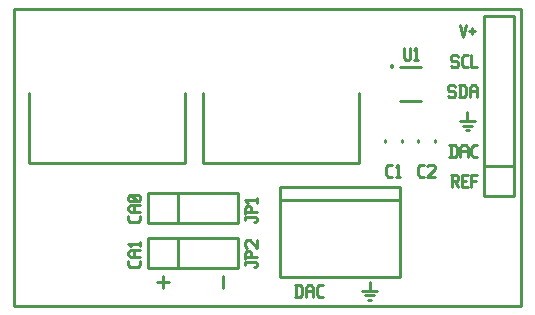
<source format=gbr>
G04 start of page 8 for group -4079 idx -4079 *
G04 Title: (unknown), topsilk *
G04 Creator: pcb 20110918 *
G04 CreationDate: Sun 25 Aug 2013 04:17:39 AM GMT UTC *
G04 For: railfan *
G04 Format: Gerber/RS-274X *
G04 PCB-Dimensions: 170000 100000 *
G04 PCB-Coordinate-Origin: lower left *
%MOIN*%
%FSLAX25Y25*%
%LNTOPSILK*%
%ADD64C,0.0100*%
G54D64*X119000Y8500D02*Y5500D01*
X116500D02*X121500D01*
X117500Y4000D02*X120500D01*
X151500Y65000D02*Y62000D01*
X149000D02*X154000D01*
X150000Y60500D02*X153000D01*
X151000Y59000D02*X152000D01*
X118500Y2500D02*X119500D01*
X500Y99500D02*Y500D01*
X50000Y10500D02*Y6500D01*
X48000Y8500D02*X52000D01*
X70000Y10500D02*Y6500D01*
X500Y500D02*X169500D01*
Y99500D01*
X500D01*
X94500Y7500D02*Y3500D01*
X95800Y7500D02*X96500Y6800D01*
Y4200D01*
X95800Y3500D02*X96500Y4200D01*
X94000Y3500D02*X95800D01*
X94000Y7500D02*X95800D01*
X97700Y6500D02*Y3500D01*
Y6500D02*X98400Y7500D01*
X99500D01*
X100200Y6500D01*
Y3500D01*
X97700Y5500D02*X100200D01*
X102100Y3500D02*X103400D01*
X101400Y4200D02*X102100Y3500D01*
X101400Y6800D02*Y4200D01*
Y6800D02*X102100Y7500D01*
X103400D01*
X42500Y30500D02*Y29200D01*
X41800Y28500D02*X42500Y29200D01*
X39200Y28500D02*X41800D01*
X39200D02*X38500Y29200D01*
Y30500D02*Y29200D01*
X39500Y31700D02*X42500D01*
X39500D02*X38500Y32400D01*
Y33500D02*Y32400D01*
Y33500D02*X39500Y34200D01*
X42500D01*
X40500D02*Y31700D01*
X42000Y35400D02*X42500Y35900D01*
X39000Y35400D02*X42000D01*
X39000D02*X38500Y35900D01*
Y36900D02*Y35900D01*
Y36900D02*X39000Y37400D01*
X42000D01*
X42500Y36900D02*X42000Y37400D01*
X42500Y36900D02*Y35900D01*
X41500Y35400D02*X39500Y37400D01*
X42500Y15500D02*Y14200D01*
X41800Y13500D02*X42500Y14200D01*
X39200Y13500D02*X41800D01*
X39200D02*X38500Y14200D01*
Y15500D02*Y14200D01*
X39500Y16700D02*X42500D01*
X39500D02*X38500Y17400D01*
Y18500D02*Y17400D01*
Y18500D02*X39500Y19200D01*
X42500D01*
X40500D02*Y16700D01*
X39300Y20400D02*X38500Y21200D01*
X42500D01*
Y21900D02*Y20400D01*
X146000Y44000D02*X148000D01*
X148500Y43500D01*
Y42500D01*
X148000Y42000D02*X148500Y42500D01*
X146500Y42000D02*X148000D01*
X146500Y44000D02*Y40000D01*
X147300Y42000D02*X148500Y40000D01*
X149700Y42200D02*X151200D01*
X149700Y40000D02*X151700D01*
X149700Y44000D02*Y40000D01*
Y44000D02*X151700D01*
X152900D02*Y40000D01*
Y44000D02*X154900D01*
X152900Y42200D02*X154400D01*
X146000Y54000D02*Y50000D01*
X147300Y54000D02*X148000Y53300D01*
Y50700D01*
X147300Y50000D02*X148000Y50700D01*
X145500Y50000D02*X147300D01*
X145500Y54000D02*X147300D01*
X149200Y53000D02*Y50000D01*
Y53000D02*X149900Y54000D01*
X151000D01*
X151700Y53000D01*
Y50000D01*
X149200Y52000D02*X151700D01*
X153600Y50000D02*X154900D01*
X152900Y50700D02*X153600Y50000D01*
X152900Y53300D02*Y50700D01*
Y53300D02*X153600Y54000D01*
X154900D01*
X147000Y74000D02*X147500Y73500D01*
X145500Y74000D02*X147000D01*
X145000Y73500D02*X145500Y74000D01*
X145000Y73500D02*Y72500D01*
X145500Y72000D01*
X147000D01*
X147500Y71500D01*
Y70500D01*
X147000Y70000D02*X147500Y70500D01*
X145500Y70000D02*X147000D01*
X145000Y70500D02*X145500Y70000D01*
X149200Y74000D02*Y70000D01*
X150500Y74000D02*X151200Y73300D01*
Y70700D01*
X150500Y70000D02*X151200Y70700D01*
X148700Y70000D02*X150500D01*
X148700Y74000D02*X150500D01*
X152400Y73000D02*Y70000D01*
Y73000D02*X153100Y74000D01*
X154200D01*
X154900Y73000D01*
Y70000D01*
X152400Y72000D02*X154900D01*
X148000Y84000D02*X148500Y83500D01*
X146500Y84000D02*X148000D01*
X146000Y83500D02*X146500Y84000D01*
X146000Y83500D02*Y82500D01*
X146500Y82000D01*
X148000D01*
X148500Y81500D01*
Y80500D01*
X148000Y80000D02*X148500Y80500D01*
X146500Y80000D02*X148000D01*
X146000Y80500D02*X146500Y80000D01*
X150400D02*X151700D01*
X149700Y80700D02*X150400Y80000D01*
X149700Y83300D02*Y80700D01*
Y83300D02*X150400Y84000D01*
X151700D01*
X152900D02*Y80000D01*
X154900D01*
X149000Y94000D02*X150000Y90000D01*
X151000Y94000D01*
X152200Y92000D02*X154200D01*
X153200Y93000D02*Y91000D01*
X5500Y48200D02*X57500D01*
Y71500D02*Y48200D01*
X5500Y71500D02*Y48200D01*
X63500D02*X115500D01*
Y71500D02*Y48200D01*
X63500Y71500D02*Y48200D01*
X135950Y68790D02*X129050D01*
X135950Y80210D02*X129050D01*
X126000Y80250D02*X126500D01*
Y80750D01*
X126000D02*X126500D01*
X126000D02*Y80250D01*
X89000Y10200D02*X129000D01*
X89000Y40200D02*X129000D01*
X89000Y35800D02*X129000D01*
X89000Y40200D02*Y10200D01*
X129000Y40200D02*Y10200D01*
X167000Y97000D02*Y37000D01*
X157000Y97000D02*X167000D01*
X157000D02*Y37000D01*
X167000D01*
X157000Y47000D02*X167000D01*
X157000D02*Y37000D01*
X129755Y55893D02*Y55107D01*
X124245Y55893D02*Y55107D01*
X140755Y55893D02*Y55107D01*
X135245Y55893D02*Y55107D01*
X45000Y28000D02*X75000D01*
Y38000D02*Y28000D01*
X45000Y38000D02*X75000D01*
X45000D02*Y28000D01*
X55000Y38000D02*Y28000D01*
X45000Y38000D02*X55000D01*
X45000Y13000D02*X75000D01*
Y23000D02*Y13000D01*
X45000Y23000D02*X75000D01*
X45000D02*Y13000D01*
X55000Y23000D02*Y13000D01*
X45000Y23000D02*X55000D01*
X77500Y30000D02*Y29200D01*
Y30000D02*X81000D01*
X81500Y29500D02*X81000Y30000D01*
X81500Y29500D02*Y29000D01*
X81000Y28500D02*X81500Y29000D01*
X80500Y28500D02*X81000D01*
X77500Y31700D02*X81500D01*
X77500Y33200D02*Y31200D01*
Y33200D02*X78000Y33700D01*
X79000D01*
X79500Y33200D02*X79000Y33700D01*
X79500Y33200D02*Y31700D01*
X78300Y34900D02*X77500Y35700D01*
X81500D01*
Y36400D02*Y34900D01*
X77500Y15000D02*Y14200D01*
Y15000D02*X81000D01*
X81500Y14500D02*X81000Y15000D01*
X81500Y14500D02*Y14000D01*
X81000Y13500D02*X81500Y14000D01*
X80500Y13500D02*X81000D01*
X77500Y16700D02*X81500D01*
X77500Y18200D02*Y16200D01*
Y18200D02*X78000Y18700D01*
X79000D01*
X79500Y18200D02*X79000Y18700D01*
X79500Y18200D02*Y16700D01*
X78000Y19900D02*X77500Y20400D01*
Y21900D02*Y20400D01*
Y21900D02*X78000Y22400D01*
X79000D01*
X81500Y19900D02*X79000Y22400D01*
X81500D02*Y19900D01*
X130504Y86500D02*Y83000D01*
X131004Y82500D01*
X132004D01*
X132504Y83000D01*
Y86500D02*Y83000D01*
X133704Y85700D02*X134504Y86500D01*
Y82500D01*
X133704D02*X135204D01*
X125136Y43650D02*X126436D01*
X124436Y44350D02*X125136Y43650D01*
X124436Y46950D02*Y44350D01*
Y46950D02*X125136Y47650D01*
X126436D01*
X127636Y46850D02*X128436Y47650D01*
Y43650D01*
X127636D02*X129136D01*
X135636D02*X136936D01*
X134936Y44350D02*X135636Y43650D01*
X134936Y46950D02*Y44350D01*
Y46950D02*X135636Y47650D01*
X136936D01*
X138136Y47150D02*X138636Y47650D01*
X140136D01*
X140636Y47150D01*
Y46150D01*
X138136Y43650D02*X140636Y46150D01*
X138136Y43650D02*X140636D01*
M02*

</source>
